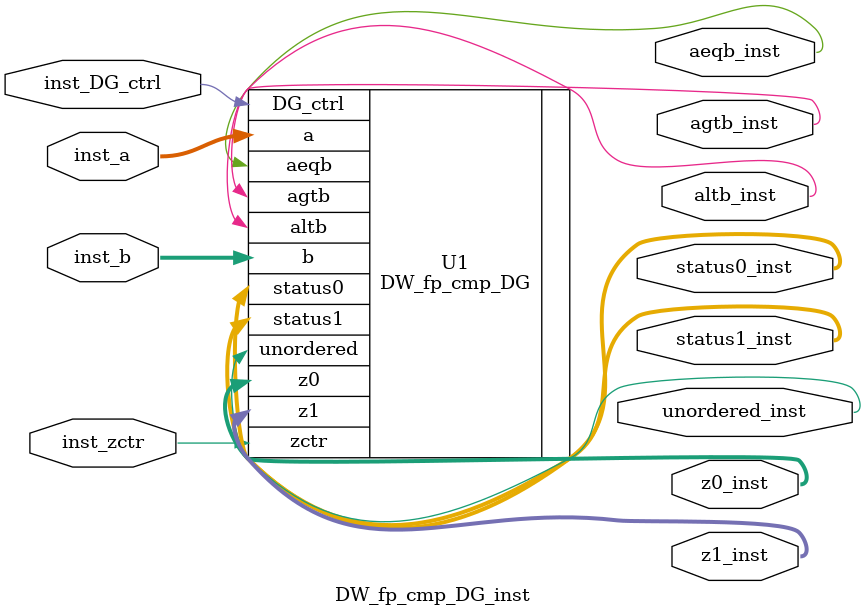
<source format=v>
module DW_fp_cmp_DG_inst( inst_a, inst_b, inst_zctr, inst_DG_ctrl, aeqb_inst, 
		altb_inst, agtb_inst, unordered_inst, z0_inst, z1_inst, 
		status0_inst, status1_inst );

parameter sig_width = 23;
parameter exp_width = 8;
parameter ieee_compliance = 0;


input [sig_width+exp_width : 0] inst_a;
input [sig_width+exp_width : 0] inst_b;
input inst_zctr;
input inst_DG_ctrl;
output aeqb_inst;
output altb_inst;
output agtb_inst;
output unordered_inst;
output [sig_width+exp_width : 0] z0_inst;
output [sig_width+exp_width : 0] z1_inst;
output [7 : 0] status0_inst;
output [7 : 0] status1_inst;

    // Instance of DW_fp_cmp_DG
    DW_fp_cmp_DG #(sig_width, exp_width, ieee_compliance)
	  U1 ( .a(inst_a), .b(inst_b), .zctr(inst_zctr), .DG_ctrl(inst_DG_ctrl), .aeqb(aeqb_inst), .altb(altb_inst), .agtb(agtb_inst), .unordered(unordered_inst), .z0(z0_inst), .z1(z1_inst), .status0(status0_inst), .status1(status1_inst) );

endmodule

</source>
